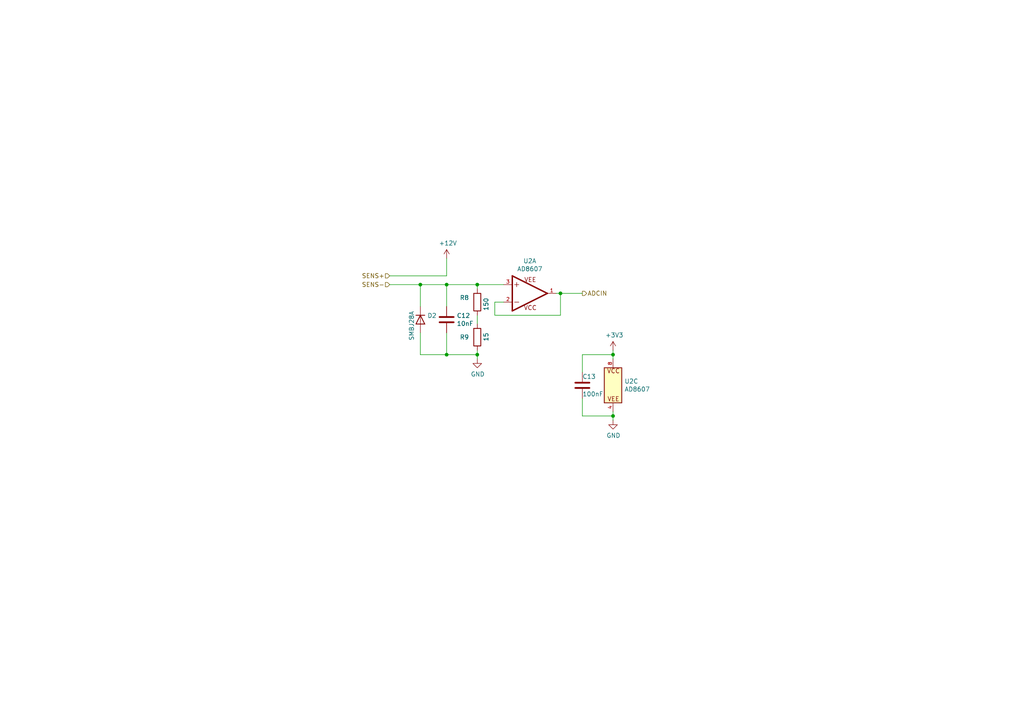
<source format=kicad_sch>
(kicad_sch (version 20211123) (generator eeschema)
  (paper "A4")
  (title_block (title "KAPAK/VANA KONTROL KARTI") (date "2022-06-28") (rev "2.0") (company "AKIM Elektronik LTD. STI.") (comment 1 "kursad@akim.com.tr") (comment 2 "Kursad Karslioglu"))
  (lib_symbols
    (symbol "AD8607:AD8607" (pin_names (offset 1.016) hide)
      (property "Reference" "U" (at -5.08 5.842 0))
      (property "Value" "AD8607" (at -5.08 -7.62 0))
      (symbol "AD8607_0_0"
        (text "VCC" (at 0.127 3.429 0) (effects (font (size 1.27 1.27)) (justify bottom)))
        (text "VEE" (at 0.127 -4.699 0) (effects (font (size 1.27 1.27)) (justify bottom)))
      )
      (symbol "AD8607_1_0"
        (polyline (pts (xy -5.08 -5.08) (xy 5.08 0)) (stroke (width 0.4064)))
        (polyline (pts (xy -5.08 5.08) (xy -5.08 -5.08)) (stroke (width 0.4064)))
        (polyline (pts (xy -4.445 -2.54) (xy -3.175 -2.54)) (stroke (width 0.1524)))
        (polyline (pts (xy -4.445 2.54) (xy -3.175 2.54)) (stroke (width 0.1524)))
        (polyline (pts (xy -3.81 -1.905) (xy -3.81 -3.175)) (stroke (width 0.1524)))
        (polyline (pts (xy 5.08 0) (xy -5.08 5.08)) (stroke (width 0.4064)))
        (pin output line (at 7.62 0 180) (length 2.54) (name "~") (number "1"))
        (pin input line (at -7.62 2.54 0) (length 2.54) (name "~") (number "2"))
        (pin input line (at -7.62 -2.54 0) (length 2.54) (name "~") (number "3"))
      )
      (symbol "AD8607_2_0"
        (polyline (pts (xy -5.08 -5.08) (xy 5.08 0)) (stroke (width 0.4064)))
        (polyline (pts (xy -5.08 5.08) (xy -5.08 -5.08)) (stroke (width 0.4064)))
        (polyline (pts (xy -4.445 -2.54) (xy -3.175 -2.54)) (stroke (width 0.1524)))
        (polyline (pts (xy -4.445 2.54) (xy -3.175 2.54)) (stroke (width 0.1524)))
        (polyline (pts (xy -3.81 -1.905) (xy -3.81 -3.175)) (stroke (width 0.1524)))
        (polyline (pts (xy 5.08 0) (xy -5.08 5.08)) (stroke (width 0.4064)))
        (pin input line (at -7.62 -2.54 0) (length 2.54) (name "~") (number "5"))
        (pin input line (at -7.62 2.54 0) (length 2.54) (name "~") (number "6"))
        (pin output line (at 7.62 0 180) (length 2.54) (name "~") (number "7"))
      )
      (symbol "AD8607_3_0"
        (rectangle (start -2.54 -5.08) (end 2.54 5.08) (stroke (width 0.254)) (fill (type background)))
        (pin bidirectional line (at 0 -7.62 90) (length 2.54) (name "~") (number "4"))
        (pin bidirectional line (at 0 7.62 270) (length 2.54) (name "~") (number "8"))
      )
    )
    (symbol "Device:C" (pin_numbers hide) (pin_names (offset 0.254))
      (property "Reference" "C" (at 0.635 2.54 0))
      (property "Value" "C" (at 0.635 -2.54 0))
      (symbol "C_0_1"
        (polyline (pts (xy -2.032 -0.762) (xy 2.032 -0.762)) (stroke (width 0.508)))
        (polyline (pts (xy -2.032 0.762) (xy 2.032 0.762)) (stroke (width 0.508)))
      )
      (symbol "C_1_1"
        (pin passive line (at 0 3.81 270) (length 2.794) (name "~") (number "1"))
        (pin passive line (at 0 -3.81 90) (length 2.794) (name "~") (number "2"))
      )
    )
    (symbol "Device:D" (pin_numbers hide) (pin_names (offset 1.016) hide)
      (property "Reference" "D" (at 0 2.54 0))
      (property "Value" "D" (at 0 -2.54 0))
      (symbol "D_0_1"
        (polyline (pts (xy -1.27 1.27) (xy -1.27 -1.27)) (stroke (width 0.254)))
        (polyline (pts (xy 1.27 0) (xy -1.27 0)))
        (polyline (pts (xy 1.27 1.27) (xy 1.27 -1.27) (xy -1.27 0) (xy 1.27 1.27)) (stroke (width 0.254)))
      )
      (symbol "D_1_1"
        (pin passive line (at -3.81 0 0) (length 2.54) (name "K") (number "1"))
        (pin passive line (at 3.81 0 180) (length 2.54) (name "A") (number "2"))
      )
    )
    (symbol "Device:R" (pin_numbers hide) (pin_names (offset 0))
      (property "Reference" "R" (at 2.032 0 90))
      (property "Value" "R" (at 0 0 90))
      (symbol "R_0_1"
        (rectangle (start -1.016 -2.54) (end 1.016 2.54) (stroke (width 0.254)))
      )
      (symbol "R_1_1"
        (pin passive line (at 0 3.81 270) (length 1.27) (name "~") (number "1"))
        (pin passive line (at 0 -3.81 90) (length 1.27) (name "~") (number "2"))
      )
    )
    (symbol "power:+12V" (power) (pin_names (offset 0))
      (property "Value" "+12V" (at 0 3.556 0))
      (symbol "+12V_0_1"
        (polyline (pts (xy -0.762 1.27) (xy 0 2.54)))
        (polyline (pts (xy 0 0) (xy 0 2.54)))
        (polyline (pts (xy 0 2.54) (xy 0.762 1.27)))
      )
      (symbol "+12V_1_1"
        (pin power_in line (at 0 0 90) (length 0) hide (name "+12V") (number "1"))
      )
    )
    (symbol "power:+3V3" (power) (pin_names (offset 0))
      (property "Value" "+3V3" (at 0 3.556 0))
      (symbol "+3V3_0_1"
        (polyline (pts (xy -0.762 1.27) (xy 0 2.54)))
        (polyline (pts (xy 0 0) (xy 0 2.54)))
        (polyline (pts (xy 0 2.54) (xy 0.762 1.27)))
      )
      (symbol "+3V3_1_1"
        (pin power_in line (at 0 0 90) (length 0) hide (name "+3V3") (number "1"))
      )
    )
    (symbol "power:GND" (power) (pin_names (offset 0))
      (property "Value" "GND" (at 0 -3.81 0))
      (symbol "GND_0_1"
        (polyline (pts (xy 0 0) (xy 0 -1.27) (xy 1.27 -1.27) (xy 0 -2.54) (xy -1.27 -1.27) (xy 0 -1.27)))
      )
      (symbol "GND_1_1"
        (pin power_in line (at 0 0 270) (length 0) hide (name "GND") (number "1"))
      )
    )
  )
  (junction (at 129.54 82.55))
  (junction (at 177.8 120.65))
  (junction (at 138.43 82.55))
  (junction (at 162.56 85.09))
  (junction (at 121.92 82.55))
  (junction (at 177.8 102.87))
  (junction (at 138.43 102.87))
  (junction (at 129.54 102.87))
  (wire (pts (xy 177.8 120.65) (xy 168.91 120.65)))
  (wire (pts (xy 129.54 82.55) (xy 138.43 82.55)))
  (wire (pts (xy 129.54 96.52) (xy 129.54 102.87)))
  (wire (pts (xy 162.56 85.09) (xy 168.91 85.09)))
  (wire (pts (xy 138.43 91.44) (xy 138.43 93.98)))
  (wire (pts (xy 143.51 87.63) (xy 143.51 91.44)))
  (wire (pts (xy 177.8 119.38) (xy 177.8 120.65)))
  (wire (pts (xy 161.29 85.09) (xy 162.56 85.09)))
  (wire (pts (xy 143.51 91.44) (xy 162.56 91.44)))
  (wire (pts (xy 168.91 107.95) (xy 168.91 102.87)))
  (wire (pts (xy 177.8 101.6) (xy 177.8 102.87)))
  (wire (pts (xy 162.56 91.44) (xy 162.56 85.09)))
  (wire (pts (xy 121.92 96.52) (xy 121.92 102.87)))
  (wire (pts (xy 177.8 102.87) (xy 177.8 104.14)))
  (wire (pts (xy 138.43 83.82) (xy 138.43 82.55)))
  (wire (pts (xy 138.43 102.87) (xy 138.43 104.14)))
  (wire (pts (xy 121.92 82.55) (xy 129.54 82.55)))
  (wire (pts (xy 129.54 102.87) (xy 138.43 102.87)))
  (wire (pts (xy 113.03 82.55) (xy 121.92 82.55)))
  (wire (pts (xy 129.54 82.55) (xy 129.54 88.9)))
  (wire (pts (xy 121.92 102.87) (xy 129.54 102.87)))
  (wire (pts (xy 168.91 120.65) (xy 168.91 115.57)))
  (wire (pts (xy 177.8 120.65) (xy 177.8 121.92)))
  (wire (pts (xy 113.03 80.01) (xy 129.54 80.01)))
  (wire (pts (xy 129.54 74.93) (xy 129.54 80.01)))
  (wire (pts (xy 138.43 82.55) (xy 146.05 82.55)))
  (wire (pts (xy 138.43 101.6) (xy 138.43 102.87)))
  (wire (pts (xy 168.91 102.87) (xy 177.8 102.87)))
  (wire (pts (xy 146.05 87.63) (xy 143.51 87.63)))
  (wire (pts (xy 121.92 88.9) (xy 121.92 82.55)))
  (hierarchical_label "SENS+" (shape input) (at 113.03 80.01 180))
  (hierarchical_label "ADCIN" (shape output) (at 168.91 85.09 0))
  (hierarchical_label "SENS-" (shape input) (at 113.03 82.55 180))
  (symbol (lib_id "AD8607:AD8607") (at 153.67 85.09 0) (mirror x) (unit 1)
    (property "Reference" "U2" (at 153.67 75.692 0))
    (property "Value" "AD8607" (at 153.67 78.0034 0))
    (property "Footprint" "AD8607:SO08" (effects hide))
    (property "PROD_ID" "IC-13133" (effects hide))
    (property "VALUE" "AD8607" (effects hide))
    (property "Digikey" "505-AD8607ARZ-ND" (effects hide))
  )
  (symbol (lib_id "power:GND") (at 138.43 104.14 0) (unit 1)
    (property "Reference" "#PWR022" (effects hide))
    (property "Value" "GND" (at 138.557 108.5342 0))
  )
  (symbol (lib_id "Device:R") (at 138.43 87.63 0) (unit 1)
    (property "Reference" "R8" (at 133.35 86.36 0) (effects (justify left)))
    (property "Value" "150" (at 140.97 90.17 90) (effects (justify left)))
    (property "Footprint" "Resistor_SMD:R_0603_1608Metric" (effects hide))
    (property "Digikey" "311-150HRDKR-ND" (effects hide))
  )
  (symbol (lib_id "Device:R") (at 138.43 97.79 0) (unit 1)
    (property "Reference" "R9" (at 133.35 97.79 0) (effects (justify left)))
    (property "Value" "15" (at 140.97 99.06 90) (effects (justify left)))
    (property "Footprint" "Resistor_SMD:R_0603_1608Metric" (effects hide))
    (property "Digikey" "311-15.0HRDKR-ND" (effects hide))
  )
  (symbol (lib_id "Device:C") (at 129.54 92.71 0) (unit 1)
    (property "Reference" "C12" (at 132.461 91.5416 0) (effects (justify left)))
    (property "Value" "10nF" (at 132.461 93.853 0) (effects (justify left)))
    (property "Footprint" "Capacitor_SMD:C_0603_1608Metric" (effects hide))
    (property "Digikey" "1276-CL10B103KB8WPJCDKR-ND" (effects hide))
  )
  (symbol (lib_id "power:+12V") (at 129.54 74.93 0) (unit 1)
    (property "Reference" "#PWR021" (effects hide))
    (property "Value" "+12V" (at 129.921 70.5358 0))
  )
  (symbol (lib_id "AD8607:AD8607") (at 177.8 111.76 0) (unit 3)
    (property "Reference" "U2" (at 181.102 110.5916 0) (effects (justify left)))
    (property "Value" "AD8607" (at 181.102 112.903 0) (effects (justify left)))
    (property "Footprint" "AD8607:SO08" (effects hide))
    (property "PROD_ID" "IC-13133" (effects hide))
    (property "VALUE" "AD8607" (effects hide))
  )
  (symbol (lib_id "Device:C") (at 168.91 111.76 0) (unit 1)
    (property "Reference" "C13" (at 168.91 109.22 0) (effects (justify left)))
    (property "Value" "100nF" (at 168.91 114.3 0) (effects (justify left)))
    (property "Footprint" "Capacitor_SMD:C_0603_1608Metric" (effects hide))
  )
  (symbol (lib_id "power:+3V3") (at 177.8 101.6 0) (unit 1)
    (property "Reference" "#PWR023" (effects hide))
    (property "Value" "+3V3" (at 178.181 97.2058 0))
  )
  (symbol (lib_id "power:GND") (at 177.8 121.92 0) (unit 1)
    (property "Reference" "#PWR024" (effects hide))
    (property "Value" "GND" (at 177.927 126.3142 0))
  )
  (symbol (lib_id "Device:D") (at 121.92 92.71 270) (unit 1)
    (property "Reference" "D2" (at 123.952 91.5416 90) (effects (justify left)))
    (property "Value" "SMBJ28A" (at 119.38 90.17 0) (effects (justify left)))
    (property "Footprint" "Diode_SMD:D_SMB" (effects hide))
    (property "Digikey" "SMBJ28ALFCT-ND" (effects hide))
  )
)
</source>
